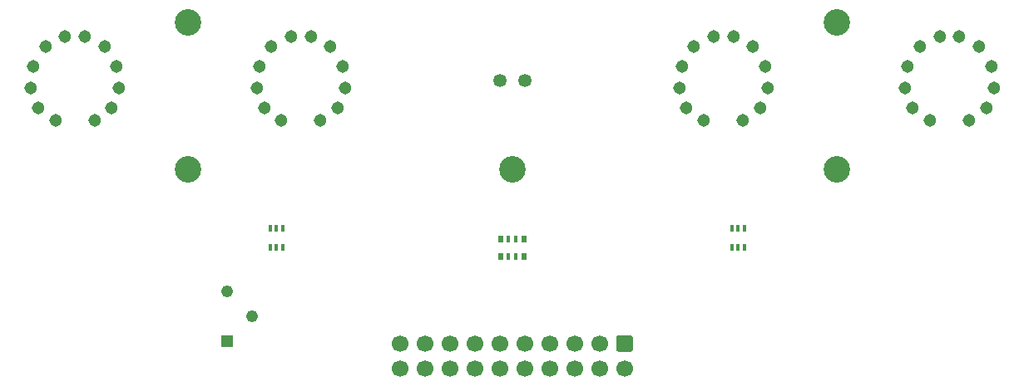
<source format=gbs>
G04 #@! TF.GenerationSoftware,KiCad,Pcbnew,(5.1.7)-1*
G04 #@! TF.CreationDate,2021-11-14T23:49:46-06:00*
G04 #@! TF.ProjectId,in8-2-socket,696e382d-322d-4736-9f63-6b65742e6b69,rev?*
G04 #@! TF.SameCoordinates,Original*
G04 #@! TF.FileFunction,Soldermask,Bot*
G04 #@! TF.FilePolarity,Negative*
%FSLAX46Y46*%
G04 Gerber Fmt 4.6, Leading zero omitted, Abs format (unit mm)*
G04 Created by KiCad (PCBNEW (5.1.7)-1) date 2021-11-14 23:49:46*
%MOMM*%
%LPD*%
G01*
G04 APERTURE LIST*
%ADD10C,2.700000*%
%ADD11C,1.305560*%
%ADD12C,1.700000*%
%ADD13C,1.346200*%
%ADD14R,1.222000X1.222000*%
%ADD15C,1.222000*%
%ADD16R,0.500000X0.800000*%
%ADD17R,0.400000X0.800000*%
%ADD18R,0.400000X0.650000*%
G04 APERTURE END LIST*
D10*
X193000000Y-93000000D03*
D11*
X202506020Y-103003160D03*
X200006660Y-99754500D03*
X200255580Y-97506600D03*
X203506780Y-94506860D03*
X205503220Y-94506860D03*
X207504740Y-95507620D03*
X208754420Y-97506600D03*
X209003340Y-99754500D03*
X208254040Y-101753480D03*
X206503980Y-103003160D03*
X200755960Y-101753480D03*
X201505260Y-95507620D03*
X112500260Y-95502420D03*
X111750960Y-101748280D03*
X117498980Y-102997960D03*
X119249040Y-101748280D03*
X119998340Y-99749300D03*
X119749420Y-97501400D03*
X118499740Y-95502420D03*
X116498220Y-94501660D03*
X114501780Y-94501660D03*
X111250580Y-97501400D03*
X111001660Y-99749300D03*
X113501020Y-102997960D03*
X136501020Y-102997960D03*
X134001660Y-99749300D03*
X134250580Y-97501400D03*
X137501780Y-94501660D03*
X139498220Y-94501660D03*
X141499740Y-95502420D03*
X142749420Y-97501400D03*
X142998340Y-99749300D03*
X142249040Y-101748280D03*
X140498980Y-102997960D03*
X134750960Y-101748280D03*
X135500260Y-95502420D03*
X179506020Y-103003160D03*
X177006660Y-99754500D03*
X177255580Y-97506600D03*
X180506780Y-94506860D03*
X182503220Y-94506860D03*
X184504740Y-95507620D03*
X185754420Y-97506600D03*
X186003340Y-99754500D03*
X185254040Y-101753480D03*
X183503980Y-103003160D03*
X177755960Y-101753480D03*
X178505260Y-95507620D03*
D10*
X193000000Y-108000000D03*
X160000000Y-108000000D03*
X127000000Y-93000000D03*
X127000000Y-108000000D03*
D12*
X148570000Y-128330000D03*
X151110000Y-128330000D03*
X153650000Y-128330000D03*
X156190000Y-128330000D03*
X158730000Y-128330000D03*
X161270000Y-128330000D03*
X163810000Y-128330000D03*
X166350000Y-128330000D03*
X168890000Y-128330000D03*
X171430000Y-128330000D03*
X148570000Y-125790000D03*
X151110000Y-125790000D03*
X153650000Y-125790000D03*
X156190000Y-125790000D03*
X158730000Y-125790000D03*
X161270000Y-125790000D03*
X163810000Y-125790000D03*
X166350000Y-125790000D03*
X168890000Y-125790000D03*
G36*
G01*
X172030000Y-126640000D02*
X170830000Y-126640000D01*
G75*
G02*
X170580000Y-126390000I0J250000D01*
G01*
X170580000Y-125190000D01*
G75*
G02*
X170830000Y-124940000I250000J0D01*
G01*
X172030000Y-124940000D01*
G75*
G02*
X172280000Y-125190000I0J-250000D01*
G01*
X172280000Y-126390000D01*
G75*
G02*
X172030000Y-126640000I-250000J0D01*
G01*
G37*
D13*
X161270000Y-99000000D03*
X158730000Y-99000000D03*
D14*
X131000000Y-125540000D03*
D15*
X133540000Y-123000000D03*
X131000000Y-120460000D03*
D16*
X161200000Y-116900000D03*
D17*
X159600000Y-116900000D03*
X160400000Y-116900000D03*
D16*
X158800000Y-116900000D03*
D17*
X160400000Y-115100000D03*
D16*
X161200000Y-115100000D03*
D17*
X159600000Y-115100000D03*
D16*
X158800000Y-115100000D03*
D18*
X136650000Y-115950000D03*
X135350000Y-115950000D03*
X136000000Y-114050000D03*
X136000000Y-115950000D03*
X135350000Y-114050000D03*
X136650000Y-114050000D03*
X182350000Y-114050000D03*
X183650000Y-114050000D03*
X183000000Y-115950000D03*
X183000000Y-114050000D03*
X183650000Y-115950000D03*
X182350000Y-115950000D03*
M02*

</source>
